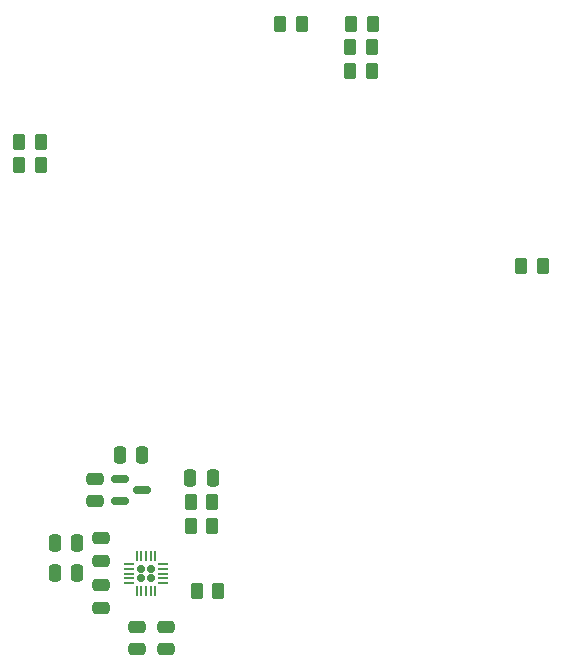
<source format=gbr>
%TF.GenerationSoftware,KiCad,Pcbnew,8.0.8*%
%TF.CreationDate,2025-03-04T17:08:20-05:00*%
%TF.ProjectId,board_AB,626f6172-645f-4414-922e-6b696361645f,rev?*%
%TF.SameCoordinates,Original*%
%TF.FileFunction,Paste,Top*%
%TF.FilePolarity,Positive*%
%FSLAX46Y46*%
G04 Gerber Fmt 4.6, Leading zero omitted, Abs format (unit mm)*
G04 Created by KiCad (PCBNEW 8.0.8) date 2025-03-04 17:08:20*
%MOMM*%
%LPD*%
G01*
G04 APERTURE LIST*
G04 Aperture macros list*
%AMRoundRect*
0 Rectangle with rounded corners*
0 $1 Rounding radius*
0 $2 $3 $4 $5 $6 $7 $8 $9 X,Y pos of 4 corners*
0 Add a 4 corners polygon primitive as box body*
4,1,4,$2,$3,$4,$5,$6,$7,$8,$9,$2,$3,0*
0 Add four circle primitives for the rounded corners*
1,1,$1+$1,$2,$3*
1,1,$1+$1,$4,$5*
1,1,$1+$1,$6,$7*
1,1,$1+$1,$8,$9*
0 Add four rect primitives between the rounded corners*
20,1,$1+$1,$2,$3,$4,$5,0*
20,1,$1+$1,$4,$5,$6,$7,0*
20,1,$1+$1,$6,$7,$8,$9,0*
20,1,$1+$1,$8,$9,$2,$3,0*%
G04 Aperture macros list end*
%ADD10RoundRect,0.250000X0.475000X-0.250000X0.475000X0.250000X-0.475000X0.250000X-0.475000X-0.250000X0*%
%ADD11RoundRect,0.250000X0.262500X0.450000X-0.262500X0.450000X-0.262500X-0.450000X0.262500X-0.450000X0*%
%ADD12RoundRect,0.250000X0.250000X0.475000X-0.250000X0.475000X-0.250000X-0.475000X0.250000X-0.475000X0*%
%ADD13RoundRect,0.167500X-0.167500X-0.167500X0.167500X-0.167500X0.167500X0.167500X-0.167500X0.167500X0*%
%ADD14RoundRect,0.050000X-0.375000X-0.050000X0.375000X-0.050000X0.375000X0.050000X-0.375000X0.050000X0*%
%ADD15RoundRect,0.050000X-0.050000X-0.375000X0.050000X-0.375000X0.050000X0.375000X-0.050000X0.375000X0*%
%ADD16RoundRect,0.150000X-0.587500X-0.150000X0.587500X-0.150000X0.587500X0.150000X-0.587500X0.150000X0*%
%ADD17RoundRect,0.250000X-0.262500X-0.450000X0.262500X-0.450000X0.262500X0.450000X-0.262500X0.450000X0*%
%ADD18RoundRect,0.250000X-0.475000X0.250000X-0.475000X-0.250000X0.475000X-0.250000X0.475000X0.250000X0*%
%ADD19RoundRect,0.250000X-0.250000X-0.475000X0.250000X-0.475000X0.250000X0.475000X-0.250000X0.475000X0*%
G04 APERTURE END LIST*
D10*
%TO.C,FB1*%
X143500000Y-86450000D03*
X143500000Y-84550000D03*
%TD*%
D11*
%TO.C,R6*%
X166412500Y-45000000D03*
X164587500Y-45000000D03*
%TD*%
D10*
%TO.C,C6*%
X143500000Y-90450000D03*
X143500000Y-88550000D03*
%TD*%
D11*
%TO.C,R5*%
X138412500Y-53000000D03*
X136587500Y-53000000D03*
%TD*%
D12*
%TO.C,C1*%
X147000000Y-77500000D03*
X145100000Y-77500000D03*
%TD*%
%TO.C,C5*%
X152950000Y-79500000D03*
X151050000Y-79500000D03*
%TD*%
D11*
%TO.C,R7*%
X166412500Y-43000000D03*
X164587500Y-43000000D03*
%TD*%
D13*
%TO.C,U6*%
X146890000Y-87140000D03*
X146890000Y-87960000D03*
X147710000Y-87140000D03*
X147710000Y-87960000D03*
D14*
X145850000Y-86750000D03*
X145850000Y-87150000D03*
X145850000Y-87550000D03*
X145850000Y-87950000D03*
X145850000Y-88350000D03*
D15*
X146500000Y-89000000D03*
X146900000Y-89000000D03*
X147300000Y-89000000D03*
X147700000Y-89000000D03*
X148100000Y-89000000D03*
D14*
X148750000Y-88350000D03*
X148750000Y-87950000D03*
X148750000Y-87550000D03*
X148750000Y-87150000D03*
X148750000Y-86750000D03*
D15*
X148100000Y-86100000D03*
X147700000Y-86100000D03*
X147300000Y-86100000D03*
X146900000Y-86100000D03*
X146500000Y-86100000D03*
%TD*%
D10*
%TO.C,C2*%
X143000000Y-81450000D03*
X143000000Y-79550000D03*
%TD*%
D11*
%TO.C,R8*%
X166500000Y-41000000D03*
X164675000Y-41000000D03*
%TD*%
D16*
%TO.C,U5*%
X145125000Y-79550000D03*
X145125000Y-81450000D03*
X147000000Y-80500000D03*
%TD*%
D17*
%TO.C,R9*%
X179087500Y-61500000D03*
X180912500Y-61500000D03*
%TD*%
D18*
%TO.C,C7*%
X146500000Y-92050000D03*
X146500000Y-93950000D03*
%TD*%
D11*
%TO.C,R2*%
X152912500Y-81500000D03*
X151087500Y-81500000D03*
%TD*%
D19*
%TO.C,C4*%
X139600000Y-85000000D03*
X141500000Y-85000000D03*
%TD*%
%TO.C,C3*%
X139600000Y-87500000D03*
X141500000Y-87500000D03*
%TD*%
D11*
%TO.C,R1*%
X152912500Y-83500000D03*
X151087500Y-83500000D03*
%TD*%
%TO.C,R10*%
X160500000Y-41000000D03*
X158675000Y-41000000D03*
%TD*%
D18*
%TO.C,C8*%
X149000000Y-92050000D03*
X149000000Y-93950000D03*
%TD*%
D17*
%TO.C,R4*%
X136587500Y-51000000D03*
X138412500Y-51000000D03*
%TD*%
%TO.C,R3*%
X151587500Y-89000000D03*
X153412500Y-89000000D03*
%TD*%
M02*

</source>
